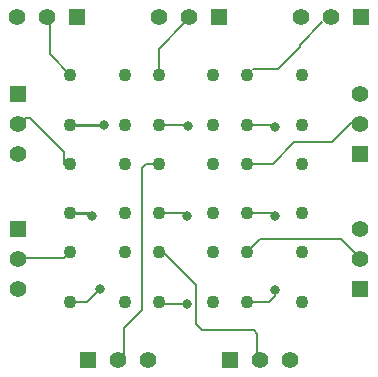
<source format=gbr>
%TF.GenerationSoftware,KiCad,Pcbnew,8.0.2-1*%
%TF.CreationDate,2024-06-27T00:14:20-04:00*%
%TF.ProjectId,3x3_6mSiPMs,3378335f-366d-4536-9950-4d732e6b6963,rev?*%
%TF.SameCoordinates,Original*%
%TF.FileFunction,Copper,L1,Top*%
%TF.FilePolarity,Positive*%
%FSLAX46Y46*%
G04 Gerber Fmt 4.6, Leading zero omitted, Abs format (unit mm)*
G04 Created by KiCad (PCBNEW 8.0.2-1) date 2024-06-27 00:14:20*
%MOMM*%
%LPD*%
G01*
G04 APERTURE LIST*
%TA.AperFunction,SMDPad,CuDef*%
%ADD10C,1.100000*%
%TD*%
%TA.AperFunction,ComponentPad*%
%ADD11R,1.398000X1.398000*%
%TD*%
%TA.AperFunction,ComponentPad*%
%ADD12C,1.398000*%
%TD*%
%TA.AperFunction,ViaPad*%
%ADD13C,0.800000*%
%TD*%
%TA.AperFunction,Conductor*%
%ADD14C,0.200000*%
%TD*%
%TA.AperFunction,Conductor*%
%ADD15C,0.250000*%
%TD*%
G04 APERTURE END LIST*
D10*
%TO.P,REF\u002A\u002A,1*%
%TO.N,N/C*%
X94550000Y-40400000D03*
%TO.P,REF\u002A\u002A,2*%
X89950000Y-40400000D03*
%TO.P,REF\u002A\u002A,3*%
X89950000Y-44600000D03*
%TO.P,REF\u002A\u002A,4*%
X94550000Y-44600000D03*
%TD*%
%TO.P,REF\u002A\u002A3,1*%
%TO.N,N/C*%
X94550000Y-47900000D03*
%TO.P,REF\u002A\u002A3,2*%
X89950000Y-47900000D03*
%TO.P,REF\u002A\u002A3,3*%
X89950000Y-52100000D03*
%TO.P,REF\u002A\u002A3,4*%
X94550000Y-52100000D03*
%TD*%
%TO.P,REF\u002A\u002A1,1*%
%TO.N,N/C*%
X102050000Y-40400000D03*
%TO.P,REF\u002A\u002A1,2*%
X97450000Y-40400000D03*
%TO.P,REF\u002A\u002A1,3*%
X97450000Y-44600000D03*
%TO.P,REF\u002A\u002A1,4*%
X102050000Y-44600000D03*
%TD*%
%TO.P,REF\u002A\u002A7,1*%
%TO.N,N/C*%
X94550000Y-55400000D03*
%TO.P,REF\u002A\u002A7,2*%
X89950000Y-55400000D03*
%TO.P,REF\u002A\u002A7,3*%
X89950000Y-59600000D03*
%TO.P,REF\u002A\u002A7,4*%
X94550000Y-59600000D03*
%TD*%
%TO.P,REF\u002A\u002A9,1*%
%TO.N,N/C*%
X102050000Y-55400000D03*
%TO.P,REF\u002A\u002A9,2*%
X97450000Y-55400000D03*
%TO.P,REF\u002A\u002A9,3*%
X97450000Y-59600000D03*
%TO.P,REF\u002A\u002A9,4*%
X102050000Y-59600000D03*
%TD*%
%TO.P,REF\u002A\u002A6,1*%
%TO.N,N/C*%
X109550000Y-47900000D03*
%TO.P,REF\u002A\u002A6,2*%
X104950000Y-47900000D03*
%TO.P,REF\u002A\u002A6,3*%
X104950000Y-52100000D03*
%TO.P,REF\u002A\u002A6,4*%
X109550000Y-52100000D03*
%TD*%
%TO.P,REF\u002A\u002A10,1*%
%TO.N,N/C*%
X109550000Y-55400000D03*
%TO.P,REF\u002A\u002A10,2*%
X104950000Y-55400000D03*
%TO.P,REF\u002A\u002A10,3*%
X104950000Y-59600000D03*
%TO.P,REF\u002A\u002A10,4*%
X109550000Y-59600000D03*
%TD*%
%TO.P,REF\u002A\u002A5,1*%
%TO.N,N/C*%
X102050000Y-47900000D03*
%TO.P,REF\u002A\u002A5,2*%
X97450000Y-47900000D03*
%TO.P,REF\u002A\u002A5,3*%
X97450000Y-52100000D03*
%TO.P,REF\u002A\u002A5,4*%
X102050000Y-52100000D03*
%TD*%
%TO.P,REF\u002A\u002A2,1*%
%TO.N,N/C*%
X109550000Y-40400000D03*
%TO.P,REF\u002A\u002A2,2*%
X104950000Y-40400000D03*
%TO.P,REF\u002A\u002A2,3*%
X104950000Y-44600000D03*
%TO.P,REF\u002A\u002A2,4*%
X109550000Y-44600000D03*
%TD*%
D11*
%TO.P,REF\u002A\u002A,1*%
%TO.N,N/C*%
X114540000Y-35500000D03*
D12*
%TO.P,REF\u002A\u002A,2*%
X112000000Y-35500000D03*
%TO.P,REF\u002A\u002A,3*%
X109460000Y-35500000D03*
%TD*%
D11*
%TO.P,REF\u002A\u002A,1*%
%TO.N,N/C*%
X114500000Y-47040000D03*
D12*
%TO.P,REF\u002A\u002A,2*%
X114500000Y-44500000D03*
%TO.P,REF\u002A\u002A,3*%
X114500000Y-41960000D03*
%TD*%
D11*
%TO.P,REF\u002A\u002A,1*%
%TO.N,N/C*%
X91460000Y-64500000D03*
D12*
%TO.P,REF\u002A\u002A,2*%
X94000000Y-64500000D03*
%TO.P,REF\u002A\u002A,3*%
X96540000Y-64500000D03*
%TD*%
D11*
%TO.P,REF\u002A\u002A,1*%
%TO.N,N/C*%
X85500000Y-53460000D03*
D12*
%TO.P,REF\u002A\u002A,2*%
X85500000Y-56000000D03*
%TO.P,REF\u002A\u002A,3*%
X85500000Y-58540000D03*
%TD*%
D11*
%TO.P,REF\u002A\u002A,1*%
%TO.N,N/C*%
X114500000Y-58540000D03*
D12*
%TO.P,REF\u002A\u002A,2*%
X114500000Y-56000000D03*
%TO.P,REF\u002A\u002A,3*%
X114500000Y-53460000D03*
%TD*%
D11*
%TO.P,REF\u002A\u002A,1*%
%TO.N,N/C*%
X103460000Y-64500000D03*
D12*
%TO.P,REF\u002A\u002A,2*%
X106000000Y-64500000D03*
%TO.P,REF\u002A\u002A,3*%
X108540000Y-64500000D03*
%TD*%
D11*
%TO.P,REF\u002A\u002A,1*%
%TO.N,N/C*%
X90540000Y-35500000D03*
D12*
%TO.P,REF\u002A\u002A,2*%
X88000000Y-35500000D03*
%TO.P,REF\u002A\u002A,3*%
X85460000Y-35500000D03*
%TD*%
D11*
%TO.P,REF\u002A\u002A,1*%
%TO.N,N/C*%
X85500000Y-41960000D03*
D12*
%TO.P,REF\u002A\u002A,2*%
X85500000Y-44500000D03*
%TO.P,REF\u002A\u002A,3*%
X85500000Y-47040000D03*
%TD*%
D11*
%TO.P,REF\u002A\u002A,1*%
%TO.N,N/C*%
X102540000Y-35500000D03*
D12*
%TO.P,REF\u002A\u002A,2*%
X100000000Y-35500000D03*
%TO.P,REF\u002A\u002A,3*%
X97460000Y-35500000D03*
%TD*%
D13*
%TO.N,*%
X92500000Y-58500000D03*
X92800000Y-44600000D03*
X107300000Y-52300000D03*
X99800000Y-52300000D03*
X107300000Y-58600000D03*
X99900000Y-44700000D03*
X107300000Y-44800000D03*
X91800000Y-52300000D03*
X99800000Y-59800000D03*
%TD*%
D14*
%TO.N,*%
X107300000Y-58600000D02*
X107300000Y-59100000D01*
X107300000Y-59100000D02*
X106800000Y-59600000D01*
X106800000Y-59600000D02*
X104950000Y-59600000D01*
X104950000Y-44600000D02*
X107100000Y-44600000D01*
X107100000Y-44600000D02*
X107300000Y-44800000D01*
X97450000Y-44600000D02*
X99800000Y-44600000D01*
X99800000Y-44600000D02*
X99900000Y-44700000D01*
D15*
X89950000Y-44600000D02*
X92800000Y-44600000D01*
D14*
X85800000Y-55900000D02*
X89450000Y-55900000D01*
X89450000Y-55900000D02*
X89950000Y-55400000D01*
X100600000Y-61500000D02*
X100600000Y-58200000D01*
X105800000Y-62300000D02*
X105500000Y-62000000D01*
X100600000Y-58200000D02*
X97800000Y-55400000D01*
X105500000Y-62000000D02*
X101100000Y-62000000D01*
X105800000Y-64385000D02*
X105800000Y-62300000D01*
X101100000Y-62000000D02*
X100600000Y-61500000D01*
X97800000Y-55400000D02*
X97450000Y-55400000D01*
X104950000Y-55400000D02*
X106050000Y-54300000D01*
X106050000Y-54300000D02*
X112885000Y-54300000D01*
X112885000Y-54300000D02*
X114585000Y-56000000D01*
X97450000Y-59600000D02*
X97650000Y-59800000D01*
X97650000Y-59800000D02*
X99800000Y-59800000D01*
X92500000Y-58500000D02*
X91400000Y-59600000D01*
X91400000Y-59600000D02*
X89950000Y-59600000D01*
X107300000Y-52300000D02*
X107100000Y-52100000D01*
X107100000Y-52100000D02*
X104950000Y-52100000D01*
D15*
X89950000Y-52100000D02*
X91600000Y-52100000D01*
X91600000Y-52100000D02*
X91800000Y-52300000D01*
D14*
X88200000Y-35915000D02*
X88200000Y-38650000D01*
X88200000Y-38650000D02*
X89950000Y-40400000D01*
X97450000Y-39900000D02*
X97450000Y-38165000D01*
X108900000Y-46100000D02*
X112085000Y-46100000D01*
X109400000Y-37815000D02*
X111300000Y-35915000D01*
X96000000Y-48300000D02*
X96400000Y-47900000D01*
X107100000Y-47900000D02*
X108900000Y-46100000D01*
X97450000Y-52100000D02*
X99600000Y-52100000D01*
X86200000Y-44000000D02*
X85800000Y-44400000D01*
X94900000Y-61400000D02*
X94500000Y-61800000D01*
X112085000Y-46100000D02*
X113785000Y-44400000D01*
X94900000Y-61400000D02*
X96000000Y-60300000D01*
X105450000Y-39900000D02*
X107500000Y-39900000D01*
X86500000Y-44000000D02*
X86200000Y-44000000D01*
X99600000Y-52100000D02*
X99800000Y-52300000D01*
X89450000Y-47900000D02*
X89450000Y-46950000D01*
X97450000Y-38165000D02*
X99700000Y-35915000D01*
X89450000Y-46950000D02*
X86500000Y-44000000D01*
X113785000Y-44400000D02*
X114585000Y-44400000D01*
X105450000Y-47900000D02*
X107100000Y-47900000D01*
X107500000Y-39900000D02*
X109400000Y-38000000D01*
X96400000Y-47900000D02*
X97450000Y-47900000D01*
X96000000Y-60300000D02*
X96000000Y-48300000D01*
X94500000Y-61800000D02*
X94500000Y-64385000D01*
X109400000Y-38000000D02*
X109400000Y-37815000D01*
%TD*%
M02*

</source>
